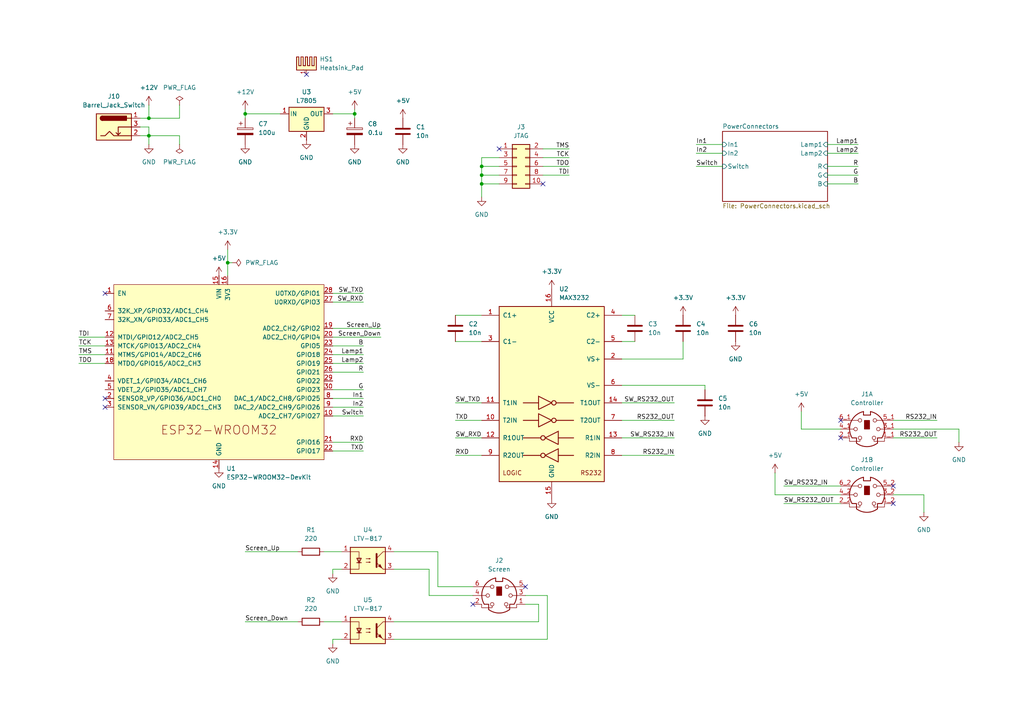
<source format=kicad_sch>
(kicad_sch (version 20250114) (generator "eeschema") (generator_version "9.0")
  (paper "A4")
  (lib_symbols
    (symbol "Connector:Barrel_Jack_Switch" (pin_names (hide yes))
      (property "Reference" "J" (at 0 5.334 0))
      (property "Value" "Barrel_Jack_Switch" (at 0 -5.08 0))
      (symbol "Barrel_Jack_Switch_0_1"
        (rectangle (start -5.08 3.81) (end 5.08 -3.81) (stroke (width 0.254)) (fill (type background)))
        (polyline (pts (xy -3.81 -2.54) (xy -2.54 -2.54) (xy -1.27 -1.27) (xy 0 -2.54) (xy 2.54 -2.54) (xy 5.08 -2.54)) (stroke (width 0.254)))
        (arc (start -3.302 1.905) (mid -3.9343 2.54) (end -3.302 3.175) (stroke (width 0.254)))
        (arc (start -3.302 1.905) (mid -3.9343 2.54) (end -3.302 3.175) (stroke (width 0.254)) (fill (type outline)))
        (polyline (pts (xy 1.27 -2.286) (xy 1.905 -1.651)) (stroke (width 0.254)))
        (rectangle (start 3.683 3.175) (end -3.302 1.905) (stroke (width 0.254)) (fill (type outline)))
        (polyline (pts (xy 5.08 2.54) (xy 3.81 2.54)) (stroke (width 0.254)))
        (polyline (pts (xy 5.08 0) (xy 1.27 0) (xy 1.27 -2.286) (xy 0.635 -1.651)) (stroke (width 0.254)))
      )
      (symbol "Barrel_Jack_Switch_1_1"
        (pin passive line (at 7.62 2.54 180) (length 2.54) (name "~") (number "1"))
        (pin passive line (at 7.62 0 180) (length 2.54) (name "~") (number "3"))
        (pin passive line (at 7.62 -2.54 180) (length 2.54) (name "~") (number "2"))
      )
    )
    (symbol "Connector:Mini-DIN-6" (pin_names (offset 1.016))
      (property "Reference" "J" (at 0 6.35 0))
      (property "Value" "Mini-DIN-6" (at 0 -6.35 0))
      (symbol "Mini-DIN-6_0_1"
        (polyline (pts (xy -4.318 -2.54) (xy -3.048 -2.54) (xy -3.048 -4.064)) (stroke (width 0.254)))
        (polyline (pts (xy -3.81 0) (xy -5.08 0)))
        (circle (center -3.302 0) (radius 0.508))
        (polyline (pts (xy -2.54 2.54) (xy -5.08 2.54)))
        (circle (center -2.032 2.54) (radius 0.508))
        (circle (center -2.032 -2.54) (radius 0.508))
        (polyline (pts (xy -2.032 -3.048) (xy -2.032 -3.556) (xy -5.08 -3.556) (xy -5.08 -2.54)))
        (polyline (pts (xy -1.016 5.08) (xy -1.016 4.064) (xy 1.016 4.064) (xy 1.016 5.08)) (stroke (width 0.254)))
        (rectangle (start -0.762 2.54) (end 0.762 0) (fill (type outline)))
        (arc (start 3.048 -4.064) (mid 0 -5.08) (end -3.048 -4.064) (stroke (width 0.254)))
        (arc (start 1.016 5.08) (mid 4.6646 2.1356) (end 4.318 -2.54) (stroke (width 0.254)))
        (arc (start -4.318 -2.54) (mid -4.6241 2.1181) (end -1.016 5.08) (stroke (width 0.254)))
        (circle (center 2.032 -2.54) (radius 0.508))
        (polyline (pts (xy 2.032 -3.048) (xy 2.032 -3.556) (xy 5.08 -3.556) (xy 5.08 -2.54)))
        (circle (center 2.286 2.54) (radius 0.508))
        (polyline (pts (xy 2.794 2.54) (xy 5.08 2.54)))
        (circle (center 3.302 0) (radius 0.508))
        (polyline (pts (xy 4.318 -2.54) (xy 3.048 -2.54) (xy 3.048 -4.064)) (stroke (width 0.254)))
        (polyline (pts (xy 5.08 0) (xy 3.81 0)))
      )
      (symbol "Mini-DIN-6_1_1"
        (pin passive line (at -7.62 2.54 0) (length 2.54) (name "~") (number "6"))
        (pin passive line (at -7.62 0 0) (length 2.54) (name "~") (number "4"))
        (pin passive line (at -7.62 -2.54 0) (length 2.54) (name "~") (number "2"))
        (pin passive line (at 7.62 2.54 180) (length 2.54) (name "~") (number "5"))
        (pin passive line (at 7.62 0 180) (length 2.54) (name "~") (number "3"))
        (pin passive line (at 7.62 -2.54 180) (length 2.54) (name "~") (number "1"))
      )
    )
    (symbol "Connector_Generic:Conn_02x05_Odd_Even" (pin_names (offset 1.016) (hide yes))
      (property "Reference" "J" (at 1.27 7.62 0))
      (property "Value" "Conn_02x05_Odd_Even" (at 1.27 -7.62 0))
      (symbol "Conn_02x05_Odd_Even_1_1"
        (rectangle (start -1.27 6.35) (end 3.81 -6.35) (stroke (width 0.254)) (fill (type background)))
        (rectangle (start -1.27 5.207) (end 0 4.953) (stroke (width 0.1524)))
        (rectangle (start -1.27 2.667) (end 0 2.413) (stroke (width 0.1524)))
        (rectangle (start -1.27 0.127) (end 0 -0.127) (stroke (width 0.1524)))
        (rectangle (start -1.27 -2.413) (end 0 -2.667) (stroke (width 0.1524)))
        (rectangle (start -1.27 -4.953) (end 0 -5.207) (stroke (width 0.1524)))
        (rectangle (start 3.81 5.207) (end 2.54 4.953) (stroke (width 0.1524)))
        (rectangle (start 3.81 2.667) (end 2.54 2.413) (stroke (width 0.1524)))
        (rectangle (start 3.81 0.127) (end 2.54 -0.127) (stroke (width 0.1524)))
        (rectangle (start 3.81 -2.413) (end 2.54 -2.667) (stroke (width 0.1524)))
        (rectangle (start 3.81 -4.953) (end 2.54 -5.207) (stroke (width 0.1524)))
        (pin passive line (at -5.08 5.08 0) (length 3.81) (name "Pin_1") (number "1"))
        (pin passive line (at -5.08 2.54 0) (length 3.81) (name "Pin_3") (number "3"))
        (pin passive line (at -5.08 0 0) (length 3.81) (name "Pin_5") (number "5"))
        (pin passive line (at -5.08 -2.54 0) (length 3.81) (name "Pin_7") (number "7"))
        (pin passive line (at -5.08 -5.08 0) (length 3.81) (name "Pin_9") (number "9"))
        (pin passive line (at 7.62 5.08 180) (length 3.81) (name "Pin_2") (number "2"))
        (pin passive line (at 7.62 2.54 180) (length 3.81) (name "Pin_4") (number "4"))
        (pin passive line (at 7.62 0 180) (length 3.81) (name "Pin_6") (number "6"))
        (pin passive line (at 7.62 -2.54 180) (length 3.81) (name "Pin_8") (number "8"))
        (pin passive line (at 7.62 -5.08 180) (length 3.81) (name "Pin_10") (number "10"))
      )
    )
    (symbol "Custom_MCU_Module:ESP32-WROOM32-DevKit" (pin_names (offset 1.016))
      (property "Reference" "U" (at -30.48 38.1 0))
      (property "Value" "ESP32-WROOM32-DevKit" (at -30.48 35.56 0))
      (symbol "ESP32-WROOM32-DevKit_0_0"
        (pin power_in line (at 0 35.56 270) (length 2.54) (name "VIN") (number "15"))
        (pin power_in line (at 0 -20.32 90) (length 2.54) (name "GND") (number "14"))
      )
      (symbol "ESP32-WROOM32-DevKit_0_1"
        (rectangle (start -30.48 33.02) (end 30.48 -17.78) (fill (type background)))
      )
      (symbol "ESP32-WROOM32-DevKit_1_1"
        (text "ESP32-WROOM32" (at 0 -9.144 0) (effects (font (size 2.54 2.54))))
        (pin input line (at -33.02 30.48 0) (length 2.54) (name "EN") (number "1"))
        (pin bidirectional line (at -33.02 25.4 0) (length 2.54) (name "32K_XP/GPIO32/ADC1_CH4") (number "6"))
        (pin bidirectional line (at -33.02 22.86 0) (length 2.54) (name "32K_XN/GPIO33/ADC1_CH5") (number "7"))
        (pin bidirectional line (at -33.02 17.78 0) (length 2.54) (name "MTDI/GPIO12/ADC2_CH5") (number "12"))
        (pin bidirectional line (at -33.02 15.24 0) (length 2.54) (name "MTCK/GPIO13/ADC2_CH4") (number "13"))
        (pin bidirectional line (at -33.02 12.7 0) (length 2.54) (name "MTMS/GPIO14/ADC2_CH6") (number "11"))
        (pin bidirectional line (at -33.02 10.16 0) (length 2.54) (name "MTDO/GPIO15/ADC2_CH3") (number "18"))
        (pin input line (at -33.02 5.08 0) (length 2.54) (name "VDET_1/GPIO34/ADC1_CH6") (number "4"))
        (pin input line (at -33.02 2.54 0) (length 2.54) (name "VDET_2/GPIO35/ADC1_CH7") (number "5"))
        (pin input line (at -33.02 0 0) (length 2.54) (name "SENSOR_VP/GPIO36/ADC1_CH0") (number "2"))
        (pin input line (at -33.02 -2.54 0) (length 2.54) (name "SENSOR_VN/GPIO39/ADC1_CH3") (number "3"))
        (pin passive line (at 0 -20.32 90) (length 2.54) (hide yes) (name "GND") (number "17"))
        (pin power_in line (at 2.54 35.56 270) (length 2.54) (name "3V3") (number "16"))
        (pin bidirectional line (at 33.02 30.48 180) (length 2.54) (name "U0TXD/GPIO1") (number "28"))
        (pin bidirectional line (at 33.02 27.94 180) (length 2.54) (name "U0RXD/GPIO3") (number "27"))
        (pin bidirectional line (at 33.02 20.32 180) (length 2.54) (name "ADC2_CH2/GPIO2") (number "19"))
        (pin bidirectional line (at 33.02 17.78 180) (length 2.54) (name "ADC2_CH0/GPIO4") (number "20"))
        (pin bidirectional line (at 33.02 15.24 180) (length 2.54) (name "GPIO5") (number "23"))
        (pin bidirectional line (at 33.02 12.7 180) (length 2.54) (name "GPIO18") (number "24"))
        (pin bidirectional line (at 33.02 10.16 180) (length 2.54) (name "GPIO19") (number "25"))
        (pin bidirectional line (at 33.02 7.62 180) (length 2.54) (name "GPIO21") (number "26"))
        (pin bidirectional line (at 33.02 5.08 180) (length 2.54) (name "GPIO22") (number "29"))
        (pin bidirectional line (at 33.02 2.54 180) (length 2.54) (name "GPIO23") (number "30"))
        (pin bidirectional line (at 33.02 0 180) (length 2.54) (name "DAC_1/ADC2_CH8/GPIO25") (number "8"))
        (pin bidirectional line (at 33.02 -2.54 180) (length 2.54) (name "DAC_2/ADC2_CH9/GPIO26") (number "9"))
        (pin bidirectional line (at 33.02 -5.08 180) (length 2.54) (name "ADC2_CH7/GPIO27") (number "10"))
        (pin bidirectional line (at 33.02 -12.7 180) (length 2.54) (name "GPIO16") (number "21"))
        (pin bidirectional line (at 33.02 -15.24 180) (length 2.54) (name "GPIO17") (number "22"))
      )
    )
    (symbol "Custom_Symbols:Mini-DIN-2x6" (pin_names (offset 1.016))
      (property "Reference" "J" (at 0 6.35 0))
      (property "Value" "Mini-DIN-2x6" (at 0 -6.35 0))
      (symbol "Mini-DIN-2x6_0_1"
        (polyline (pts (xy -4.318 -2.54) (xy -3.048 -2.54) (xy -3.048 -4.064)) (stroke (width 0.254)))
        (polyline (pts (xy -3.81 0) (xy -5.08 0)))
        (circle (center -3.302 0) (radius 0.508))
        (polyline (pts (xy -2.54 2.54) (xy -5.08 2.54)))
        (circle (center -2.032 2.54) (radius 0.508))
        (circle (center -2.032 -2.54) (radius 0.508))
        (polyline (pts (xy -2.032 -3.048) (xy -2.032 -3.556) (xy -5.08 -3.556) (xy -5.08 -2.54)))
        (polyline (pts (xy -1.016 5.08) (xy -1.016 4.064) (xy 1.016 4.064) (xy 1.016 5.08)) (stroke (width 0.254)))
        (rectangle (start -0.762 2.54) (end 0.762 0) (fill (type outline)))
        (arc (start 3.048 -4.064) (mid 0 -5.08) (end -3.048 -4.064) (stroke (width 0.254)))
        (arc (start 1.016 5.08) (mid 4.6646 2.1356) (end 4.318 -2.54) (stroke (width 0.254)))
        (arc (start -4.318 -2.54) (mid -4.6241 2.1181) (end -1.016 5.08) (stroke (width 0.254)))
        (circle (center 2.032 -2.54) (radius 0.508))
        (polyline (pts (xy 2.032 -3.048) (xy 2.032 -3.556) (xy 5.08 -3.556) (xy 5.08 -2.54)))
        (circle (center 2.286 2.54) (radius 0.508))
        (polyline (pts (xy 2.794 2.54) (xy 5.08 2.54)))
        (circle (center 3.302 0) (radius 0.508))
        (polyline (pts (xy 4.318 -2.54) (xy 3.048 -2.54) (xy 3.048 -4.064)) (stroke (width 0.254)))
        (polyline (pts (xy 5.08 0) (xy 3.81 0)))
      )
      (symbol "Mini-DIN-2x6_1_1"
        (pin passive line (at -7.62 2.54 0) (length 2.54) (name "~") (number "6_1"))
        (pin passive line (at -7.62 0 0) (length 2.54) (name "~") (number "4_1"))
        (pin passive line (at -7.62 -2.54 0) (length 2.54) (name "~") (number "2_1"))
        (pin passive line (at 7.62 2.54 180) (length 2.54) (name "~") (number "5_1"))
        (pin passive line (at 7.62 0 180) (length 2.54) (name "~") (number "3_1"))
        (pin passive line (at 7.62 -2.54 180) (length 2.54) (name "~") (number "1_1"))
      )
      (symbol "Mini-DIN-2x6_2_1"
        (pin passive line (at -7.62 2.54 0) (length 2.54) (name "~") (number "6_2"))
        (pin passive line (at -7.62 0 0) (length 2.54) (name "~") (number "4_2"))
        (pin passive line (at -7.62 -2.54 0) (length 2.54) (name "~") (number "2_2"))
        (pin passive line (at 7.62 2.54 180) (length 2.54) (name "~") (number "5_2"))
        (pin passive line (at 7.62 0 180) (length 2.54) (name "~") (number "3_2"))
        (pin passive line (at 7.62 -2.54 180) (length 2.54) (name "~") (number "1_2"))
      )
    )
    (symbol "Device:C" (pin_numbers (hide yes)) (pin_names (offset 0.254))
      (property "Reference" "C" (at 0.635 2.54 0))
      (property "Value" "C" (at 0.635 -2.54 0))
      (symbol "C_0_1"
        (polyline (pts (xy -2.032 0.762) (xy 2.032 0.762)) (stroke (width 0.508)))
        (polyline (pts (xy -2.032 -0.762) (xy 2.032 -0.762)) (stroke (width 0.508)))
      )
      (symbol "C_1_1"
        (pin passive line (at 0 3.81 270) (length 2.794) (name "~") (number "1"))
        (pin passive line (at 0 -3.81 90) (length 2.794) (name "~") (number "2"))
      )
    )
    (symbol "Device:C_Polarized" (pin_numbers (hide yes)) (pin_names (offset 0.254))
      (property "Reference" "C" (at 0.635 2.54 0))
      (property "Value" "C_Polarized" (at 0.635 -2.54 0))
      (symbol "C_Polarized_0_1"
        (rectangle (start -2.286 0.508) (end 2.286 1.016))
        (polyline (pts (xy -1.778 2.286) (xy -0.762 2.286)))
        (polyline (pts (xy -1.27 2.794) (xy -1.27 1.778)))
        (rectangle (start 2.286 -0.508) (end -2.286 -1.016) (fill (type outline)))
      )
      (symbol "C_Polarized_1_1"
        (pin passive line (at 0 3.81 270) (length 2.794) (name "~") (number "1"))
        (pin passive line (at 0 -3.81 90) (length 2.794) (name "~") (number "2"))
      )
    )
    (symbol "Device:R" (pin_numbers (hide yes)) (pin_names (offset 0))
      (property "Reference" "R" (at 2.032 0 90))
      (property "Value" "R" (at 0 0 90))
      (symbol "R_0_1"
        (rectangle (start -1.016 -2.54) (end 1.016 2.54) (stroke (width 0.254)))
      )
      (symbol "R_1_1"
        (pin passive line (at 0 3.81 270) (length 1.27) (name "~") (number "1"))
        (pin passive line (at 0 -3.81 90) (length 1.27) (name "~") (number "2"))
      )
    )
    (symbol "Interface_UART:MAX3232" (pin_names (offset 1.016))
      (property "Reference" "U" (at -2.54 28.575 0))
      (property "Value" "MAX3232" (at -2.54 26.67 0))
      (symbol "MAX3232_0_0"
        (text "LOGIC" (at -11.43 -22.86 0) (effects (font (size 1.27 1.27))))
        (text "RS232" (at 11.43 -22.86 0) (effects (font (size 1.27 1.27))))
      )
      (symbol "MAX3232_0_1"
        (rectangle (start -15.24 -25.4) (end 15.24 25.4) (stroke (width 0.254)) (fill (type background)))
        (polyline (pts (xy -3.81 -0.635) (xy -3.81 -4.445) (xy 0 -2.54) (xy -3.81 -0.635)) (stroke (width 0.254)))
        (polyline (pts (xy -3.81 -2.54) (xy -8.255 -2.54)) (stroke (width 0.254)))
        (polyline (pts (xy -3.81 -5.715) (xy -3.81 -9.525) (xy 0 -7.62) (xy -3.81 -5.715)) (stroke (width 0.254)))
        (polyline (pts (xy -3.81 -7.62) (xy -8.255 -7.62)) (stroke (width 0.254)))
        (polyline (pts (xy -3.175 -12.7) (xy -8.255 -12.7)) (stroke (width 0.254)))
        (polyline (pts (xy -3.175 -17.78) (xy -8.255 -17.78)) (stroke (width 0.254)))
        (circle (center -2.54 -12.7) (radius 0.635) (stroke (width 0.254)))
        (circle (center -2.54 -17.78) (radius 0.635) (stroke (width 0.254)))
        (circle (center 0.635 -2.54) (radius 0.635) (stroke (width 0.254)))
        (circle (center 0.635 -7.62) (radius 0.635) (stroke (width 0.254)))
        (polyline (pts (xy 1.27 -2.54) (xy 6.35 -2.54)) (stroke (width 0.254)))
        (polyline (pts (xy 1.27 -7.62) (xy 6.35 -7.62)) (stroke (width 0.254)))
        (polyline (pts (xy 1.905 -10.795) (xy 1.905 -14.605) (xy -1.905 -12.7) (xy 1.905 -10.795)) (stroke (width 0.254)))
        (polyline (pts (xy 1.905 -12.7) (xy 6.35 -12.7)) (stroke (width 0.254)))
        (polyline (pts (xy 1.905 -15.875) (xy 1.905 -19.685) (xy -1.905 -17.78) (xy 1.905 -15.875)) (stroke (width 0.254)))
        (polyline (pts (xy 1.905 -17.78) (xy 6.35 -17.78)) (stroke (width 0.254)))
      )
      (symbol "MAX3232_1_1"
        (pin passive line (at -20.32 22.86 0) (length 5.08) (name "C1+") (number "1"))
        (pin passive line (at -20.32 15.24 0) (length 5.08) (name "C1-") (number "3"))
        (pin input line (at -20.32 -2.54 0) (length 5.08) (name "T1IN") (number "11"))
        (pin input line (at -20.32 -7.62 0) (length 5.08) (name "T2IN") (number "10"))
        (pin output line (at -20.32 -12.7 0) (length 5.08) (name "R1OUT") (number "12"))
        (pin output line (at -20.32 -17.78 0) (length 5.08) (name "R2OUT") (number "9"))
        (pin power_in line (at 0 30.48 270) (length 5.08) (name "VCC") (number "16"))
        (pin power_in line (at 0 -30.48 90) (length 5.08) (name "GND") (number "15"))
        (pin passive line (at 20.32 22.86 180) (length 5.08) (name "C2+") (number "4"))
        (pin passive line (at 20.32 15.24 180) (length 5.08) (name "C2-") (number "5"))
        (pin power_out line (at 20.32 10.16 180) (length 5.08) (name "VS+") (number "2"))
        (pin power_out line (at 20.32 2.54 180) (length 5.08) (name "VS-") (number "6"))
        (pin output line (at 20.32 -2.54 180) (length 5.08) (name "T1OUT") (number "14"))
        (pin output line (at 20.32 -7.62 180) (length 5.08) (name "T2OUT") (number "7"))
        (pin input line (at 20.32 -12.7 180) (length 5.08) (name "R1IN") (number "13"))
        (pin input line (at 20.32 -17.78 180) (length 5.08) (name "R2IN") (number "8"))
      )
    )
    (symbol "Isolator:LTV-817" (pin_names (offset 1.016))
      (property "Reference" "U" (at -5.08 5.08 0))
      (property "Value" "LTV-817" (at 0 5.08 0))
      (symbol "LTV-817_0_1"
        (rectangle (start -5.08 3.81) (end 5.08 -3.81) (stroke (width 0.254)) (fill (type background)))
        (polyline (pts (xy -5.08 2.54) (xy -2.54 2.54) (xy -2.54 -0.762)))
        (polyline (pts (xy -3.175 -0.635) (xy -1.905 -0.635)) (stroke (width 0.254)))
        (polyline (pts (xy -2.54 -0.635) (xy -2.54 -2.54) (xy -5.08 -2.54)))
        (polyline (pts (xy -2.54 -0.635) (xy -3.175 0.635) (xy -1.905 0.635) (xy -2.54 -0.635)) (stroke (width 0.254)))
        (polyline (pts (xy -0.508 0.508) (xy 0.762 0.508) (xy 0.381 0.381) (xy 0.381 0.635) (xy 0.762 0.508)))
        (polyline (pts (xy -0.508 -0.508) (xy 0.762 -0.508) (xy 0.381 -0.635) (xy 0.381 -0.381) (xy 0.762 -0.508)))
        (polyline (pts (xy 2.54 1.905) (xy 2.54 -1.905) (xy 2.54 -1.905)) (stroke (width 0.508)))
        (polyline (pts (xy 2.54 0.635) (xy 4.445 2.54)))
        (polyline (pts (xy 3.048 -1.651) (xy 3.556 -1.143) (xy 4.064 -2.159) (xy 3.048 -1.651) (xy 3.048 -1.651)) (fill (type outline)))
        (polyline (pts (xy 4.445 2.54) (xy 5.08 2.54)))
        (polyline (pts (xy 4.445 -2.54) (xy 2.54 -0.635)) (fill (type outline)))
        (polyline (pts (xy 4.445 -2.54) (xy 5.08 -2.54)))
      )
      (symbol "LTV-817_1_1"
        (pin passive line (at -7.62 2.54 0) (length 2.54) (name "~") (number "1"))
        (pin passive line (at -7.62 -2.54 0) (length 2.54) (name "~") (number "2"))
        (pin passive line (at 7.62 2.54 180) (length 2.54) (name "~") (number "4"))
        (pin passive line (at 7.62 -2.54 180) (length 2.54) (name "~") (number "3"))
      )
    )
    (symbol "Mechanical:Heatsink_Pad" (pin_names (offset 0))
      (property "Reference" "HS" (at 0 5.715 0))
      (property "Value" "Heatsink_Pad" (at 0 3.81 0))
      (symbol "Heatsink_Pad_0_1"
        (polyline (pts (xy -0.3302 0) (xy -0.9652 0) (xy -0.9652 2.54) (xy -1.6002 2.54) (xy -1.6002 0) (xy -2.2352 0) (xy -2.2352 2.54) (xy -2.8702 2.54) (xy -2.8702 -1.27) (xy -0.9652 -1.27)) (stroke (width 0.254)) (fill (type background)))
        (polyline (pts (xy -0.3302 0) (xy -0.3302 2.54) (xy 0.3048 2.54) (xy 0.3048 0) (xy 0.9398 0) (xy 0.9398 2.54) (xy 1.5748 2.54) (xy 1.5748 0) (xy 2.2098 0) (xy 2.2098 2.54) (xy 2.8448 2.54) (xy 2.8448 -1.27) (xy -0.9652 -1.27)) (stroke (width 0.254)) (fill (type background)))
      )
      (symbol "Heatsink_Pad_1_1"
        (pin passive line (at 0 -2.54 90) (length 1.27) (name "~") (number "1"))
      )
    )
    (symbol "Regulator_Linear:L7805" (pin_names (offset 0.254))
      (property "Reference" "U" (at -3.81 3.175 0))
      (property "Value" "L7805" (at 0 3.175 0))
      (symbol "L7805_0_1"
        (rectangle (start -5.08 1.905) (end 5.08 -5.08) (stroke (width 0.254)) (fill (type background)))
      )
      (symbol "L7805_1_1"
        (pin power_in line (at -7.62 0 0) (length 2.54) (name "IN") (number "1"))
        (pin power_in line (at 0 -7.62 90) (length 2.54) (name "GND") (number "2"))
        (pin power_out line (at 7.62 0 180) (length 2.54) (name "OUT") (number "3"))
      )
    )
    (symbol "power:+12V" (power) (pin_numbers (hide yes)) (pin_names (offset 0) (hide yes))
      (property "Value" "+12V" (at 0 3.556 0))
      (symbol "+12V_0_1"
        (polyline (pts (xy -0.762 1.27) (xy 0 2.54)))
        (polyline (pts (xy 0 2.54) (xy 0.762 1.27)))
        (polyline (pts (xy 0 0) (xy 0 2.54)))
      )
      (symbol "+12V_1_1"
        (pin power_in line (at 0 0 90) (length 0) (name "~") (number "1"))
      )
    )
    (symbol "power:+3.3V" (power) (pin_numbers (hide yes)) (pin_names (offset 0) (hide yes))
      (property "Value" "+3.3V" (at 0 3.556 0))
      (symbol "+3.3V_0_1"
        (polyline (pts (xy -0.762 1.27) (xy 0 2.54)))
        (polyline (pts (xy 0 2.54) (xy 0.762 1.27)))
        (polyline (pts (xy 0 0) (xy 0 2.54)))
      )
      (symbol "+3.3V_1_1"
        (pin power_in line (at 0 0 90) (length 0) (name "~") (number "1"))
      )
    )
    (symbol "power:+5V" (power) (pin_numbers (hide yes)) (pin_names (offset 0) (hide yes))
      (property "Value" "+5V" (at 0 3.556 0))
      (symbol "+5V_0_1"
        (polyline (pts (xy -0.762 1.27) (xy 0 2.54)))
        (polyline (pts (xy 0 2.54) (xy 0.762 1.27)))
        (polyline (pts (xy 0 0) (xy 0 2.54)))
      )
      (symbol "+5V_1_1"
        (pin power_in line (at 0 0 90) (length 0) (name "~") (number "1"))
      )
    )
    (symbol "power:GND" (power) (pin_numbers (hide yes)) (pin_names (offset 0) (hide yes))
      (property "Value" "GND" (at 0 -3.81 0))
      (symbol "GND_0_1"
        (polyline (pts (xy 0 0) (xy 0 -1.27) (xy 1.27 -1.27) (xy 0 -2.54) (xy -1.27 -1.27) (xy 0 -1.27)))
      )
      (symbol "GND_1_1"
        (pin power_in line (at 0 0 270) (length 0) (name "~") (number "1"))
      )
    )
    (symbol "power:PWR_FLAG" (power) (pin_numbers (hide yes)) (pin_names (offset 0) (hide yes))
      (property "Value" "PWR_FLAG" (at 0 3.81 0))
      (symbol "PWR_FLAG_0_0"
        (pin power_out line (at 0 0 90) (length 0) (name "~") (number "1"))
      )
      (symbol "PWR_FLAG_0_1"
        (polyline (pts (xy 0 0) (xy 0 1.27) (xy -1.016 1.905) (xy 0 2.54) (xy 1.016 1.905) (xy 0 1.27)))
      )
    )
  )
  (junction (at 139.7 48.26))
  (junction (at 71.12 33.02))
  (junction (at 43.18 34.29))
  (junction (at 139.7 53.34))
  (junction (at 102.87 33.02))
  (junction (at 139.7 50.8))
  (junction (at 66.04 76.2))
  (junction (at 43.18 39.37))
  (no_connect (at 243.84 127))
  (no_connect (at 30.48 85.09))
  (no_connect (at 144.78 43.18))
  (no_connect (at 259.08 146.05))
  (no_connect (at 157.48 53.34))
  (no_connect (at 243.84 121.92))
  (no_connect (at 259.08 140.97))
  (no_connect (at 88.9 21.59))
  (no_connect (at 137.16 175.26))
  (no_connect (at 30.48 118.11))
  (no_connect (at 30.48 115.57))
  (no_connect (at 152.4 170.18))
  (wire (pts (xy 144.78 45.72) (xy 139.7 45.72)))
  (wire (pts (xy 132.08 91.44) (xy 139.7 91.44)))
  (wire (pts (xy 204.47 111.76) (xy 204.47 113.03)))
  (wire (pts (xy 227.33 140.97) (xy 243.84 140.97)))
  (wire (pts (xy 139.7 53.34) (xy 139.7 57.15)))
  (wire (pts (xy 156.21 180.34) (xy 156.21 175.26)))
  (wire (pts (xy 114.3 180.34) (xy 156.21 180.34)))
  (wire (pts (xy 180.34 99.06) (xy 184.15 99.06)))
  (wire (pts (xy 132.08 99.06) (xy 139.7 99.06)))
  (wire (pts (xy 157.48 50.8) (xy 165.1 50.8)))
  (wire (pts (xy 132.08 132.08) (xy 139.7 132.08)))
  (wire (pts (xy 43.18 34.29) (xy 40.64 34.29)))
  (wire (pts (xy 240.03 44.45) (xy 248.92 44.45)))
  (wire (pts (xy 96.52 185.42) (xy 99.06 185.42)))
  (wire (pts (xy 81.28 33.02) (xy 71.12 33.02)))
  (wire (pts (xy 157.48 43.18) (xy 165.1 43.18)))
  (wire (pts (xy 259.08 124.46) (xy 278.13 124.46)))
  (wire (pts (xy 96.52 113.03) (xy 105.41 113.03)))
  (wire (pts (xy 93.98 180.34) (xy 99.06 180.34)))
  (wire (pts (xy 66.04 72.39) (xy 66.04 76.2)))
  (wire (pts (xy 139.7 53.34) (xy 144.78 53.34)))
  (wire (pts (xy 96.52 186.69) (xy 96.52 185.42)))
  (wire (pts (xy 180.34 116.84) (xy 195.58 116.84)))
  (wire (pts (xy 240.03 53.34) (xy 248.92 53.34)))
  (wire (pts (xy 96.52 118.11) (xy 105.41 118.11)))
  (wire (pts (xy 232.41 119.38) (xy 232.41 124.46)))
  (wire (pts (xy 201.93 41.91) (xy 209.55 41.91)))
  (wire (pts (xy 240.03 41.91) (xy 248.92 41.91)))
  (wire (pts (xy 96.52 128.27) (xy 105.41 128.27)))
  (wire (pts (xy 114.3 165.1) (xy 124.46 165.1)))
  (wire (pts (xy 127 170.18) (xy 127 160.02)))
  (wire (pts (xy 240.03 48.26) (xy 248.92 48.26)))
  (wire (pts (xy 52.07 41.91) (xy 52.07 39.37)))
  (wire (pts (xy 158.75 185.42) (xy 114.3 185.42)))
  (wire (pts (xy 180.34 132.08) (xy 195.58 132.08)))
  (wire (pts (xy 102.87 31.75) (xy 102.87 33.02)))
  (wire (pts (xy 71.12 160.02) (xy 86.36 160.02)))
  (wire (pts (xy 96.52 97.79) (xy 110.49 97.79)))
  (wire (pts (xy 259.08 127) (xy 271.78 127)))
  (wire (pts (xy 124.46 165.1) (xy 124.46 172.72)))
  (wire (pts (xy 96.52 100.33) (xy 105.41 100.33)))
  (wire (pts (xy 139.7 45.72) (xy 139.7 48.26)))
  (wire (pts (xy 96.52 102.87) (xy 105.41 102.87)))
  (wire (pts (xy 30.48 97.79) (xy 22.86 97.79)))
  (wire (pts (xy 240.03 50.8) (xy 248.92 50.8)))
  (wire (pts (xy 156.21 175.26) (xy 152.4 175.26)))
  (wire (pts (xy 43.18 39.37) (xy 43.18 41.91)))
  (wire (pts (xy 96.52 95.25) (xy 110.49 95.25)))
  (wire (pts (xy 96.52 85.09) (xy 105.41 85.09)))
  (wire (pts (xy 132.08 116.84) (xy 139.7 116.84)))
  (wire (pts (xy 96.52 115.57) (xy 105.41 115.57)))
  (wire (pts (xy 157.48 48.26) (xy 165.1 48.26)))
  (wire (pts (xy 132.08 127) (xy 139.7 127)))
  (wire (pts (xy 224.79 143.51) (xy 243.84 143.51)))
  (wire (pts (xy 96.52 166.37) (xy 96.52 165.1)))
  (wire (pts (xy 43.18 30.48) (xy 43.18 34.29)))
  (wire (pts (xy 96.52 165.1) (xy 99.06 165.1)))
  (wire (pts (xy 201.93 44.45) (xy 209.55 44.45)))
  (wire (pts (xy 40.64 39.37) (xy 43.18 39.37)))
  (wire (pts (xy 40.64 36.83) (xy 43.18 36.83)))
  (wire (pts (xy 30.48 105.41) (xy 22.86 105.41)))
  (wire (pts (xy 71.12 180.34) (xy 86.36 180.34)))
  (wire (pts (xy 71.12 31.75) (xy 71.12 33.02)))
  (wire (pts (xy 52.07 39.37) (xy 43.18 39.37)))
  (wire (pts (xy 96.52 120.65) (xy 105.41 120.65)))
  (wire (pts (xy 278.13 124.46) (xy 278.13 128.27)))
  (wire (pts (xy 180.34 91.44) (xy 184.15 91.44)))
  (wire (pts (xy 102.87 33.02) (xy 102.87 34.29)))
  (wire (pts (xy 139.7 50.8) (xy 139.7 53.34)))
  (wire (pts (xy 96.52 87.63) (xy 105.41 87.63)))
  (wire (pts (xy 198.12 104.14) (xy 198.12 99.06)))
  (wire (pts (xy 30.48 100.33) (xy 22.86 100.33)))
  (wire (pts (xy 139.7 48.26) (xy 144.78 48.26)))
  (wire (pts (xy 71.12 33.02) (xy 71.12 34.29)))
  (wire (pts (xy 96.52 105.41) (xy 105.41 105.41)))
  (wire (pts (xy 127 160.02) (xy 114.3 160.02)))
  (wire (pts (xy 180.34 104.14) (xy 198.12 104.14)))
  (wire (pts (xy 93.98 160.02) (xy 99.06 160.02)))
  (wire (pts (xy 52.07 30.48) (xy 52.07 34.29)))
  (wire (pts (xy 227.33 146.05) (xy 243.84 146.05)))
  (wire (pts (xy 157.48 45.72) (xy 165.1 45.72)))
  (wire (pts (xy 232.41 124.46) (xy 243.84 124.46)))
  (wire (pts (xy 52.07 34.29) (xy 43.18 34.29)))
  (wire (pts (xy 132.08 121.92) (xy 139.7 121.92)))
  (wire (pts (xy 139.7 48.26) (xy 139.7 50.8)))
  (wire (pts (xy 224.79 137.16) (xy 224.79 143.51)))
  (wire (pts (xy 124.46 172.72) (xy 137.16 172.72)))
  (wire (pts (xy 66.04 76.2) (xy 66.04 80.01)))
  (wire (pts (xy 180.34 127) (xy 195.58 127)))
  (wire (pts (xy 96.52 107.95) (xy 105.41 107.95)))
  (wire (pts (xy 96.52 130.81) (xy 105.41 130.81)))
  (wire (pts (xy 152.4 172.72) (xy 158.75 172.72)))
  (wire (pts (xy 259.08 121.92) (xy 271.78 121.92)))
  (wire (pts (xy 180.34 111.76) (xy 204.47 111.76)))
  (wire (pts (xy 43.18 36.83) (xy 43.18 39.37)))
  (wire (pts (xy 180.34 121.92) (xy 195.58 121.92)))
  (wire (pts (xy 139.7 50.8) (xy 144.78 50.8)))
  (wire (pts (xy 267.97 143.51) (xy 267.97 148.59)))
  (wire (pts (xy 201.93 48.26) (xy 209.55 48.26)))
  (wire (pts (xy 158.75 172.72) (xy 158.75 185.42)))
  (wire (pts (xy 30.48 102.87) (xy 22.86 102.87)))
  (wire (pts (xy 137.16 170.18) (xy 127 170.18)))
  (wire (pts (xy 67.31 76.2) (xy 66.04 76.2)))
  (wire (pts (xy 259.08 143.51) (xy 267.97 143.51)))
  (wire (pts (xy 96.52 33.02) (xy 102.87 33.02)))
  (label "G" (at 248.92 50.8 180))
  (label "TMS" (at 22.86 102.87 0))
  (label "SW_RXD" (at 105.41 87.63 180))
  (label "RXD" (at 132.08 132.08 0))
  (label "Lamp2" (at 105.41 105.41 180))
  (label "Screen_Up" (at 110.49 95.25 180))
  (label "TXD" (at 105.41 130.81 180))
  (label "TDO" (at 165.1 48.26 180))
  (label "SW_RXD" (at 132.08 127 0))
  (label "R" (at 248.92 48.26 180))
  (label "Screen_Up" (at 71.12 160.02 0))
  (label "TDI" (at 165.1 50.8 180))
  (label "TXD" (at 132.08 121.92 0))
  (label "RS232_IN" (at 271.78 121.92 180))
  (label "SW_RS232_IN" (at 195.58 127 180))
  (label "SW_RS232_OUT" (at 195.58 116.84 180))
  (label "RXD" (at 105.41 128.27 180))
  (label "Switch" (at 105.41 120.65 180))
  (label "TDO" (at 22.86 105.41 0))
  (label "SW_TXD" (at 132.08 116.84 0))
  (label "Screen_Down" (at 110.49 97.79 180))
  (label "SW_RS232_OUT" (at 227.33 146.05 0))
  (label "Switch" (at 201.93 48.26 0))
  (label "TMS" (at 165.1 43.18 180))
  (label "TDI" (at 22.86 97.79 0))
  (label "In2" (at 201.93 44.45 0))
  (label "Screen_Down" (at 71.12 180.34 0))
  (label "RS232_OUT" (at 195.58 121.92 180))
  (label "Lamp2" (at 248.92 44.45 180))
  (label "G" (at 105.41 113.03 180))
  (label "RS232_OUT" (at 271.78 127 180))
  (label "SW_TXD" (at 105.41 85.09 180))
  (label "TCK" (at 22.86 100.33 0))
  (label "Lamp1" (at 248.92 41.91 180))
  (label "B" (at 248.92 53.34 180))
  (label "SW_RS232_IN" (at 227.33 140.97 0))
  (label "RS232_IN" (at 195.58 132.08 180))
  (label "R" (at 105.41 107.95 180))
  (label "TCK" (at 165.1 45.72 180))
  (label "In1" (at 105.41 115.57 180))
  (label "In2" (at 105.41 118.11 180))
  (label "Lamp1" (at 105.41 102.87 180))
  (label "In1" (at 201.93 41.91 0))
  (label "B" (at 105.41 100.33 180))
  (symbol (lib_id "Device:C") (at 132.08 95.25 0) (unit 1)
    (property "Reference" "C2" (at 135.89 93.9799 0) (effects (justify left)))
    (property "Value" "10n" (at 135.89 96.5199 0) (effects (justify left)))
    (property "Footprint" "Capacitor_THT:C_Disc_D3.4mm_W2.1mm_P2.50mm" (effects (hide yes)))
    (property "Description" "Unpolarized capacitor" (effects (hide yes)))
  )
  (symbol (lib_id "power:+12V") (at 71.12 31.75 0) (unit 1)
    (property "Reference" "#PWR019" (effects (hide yes)))
    (property "Value" "+12V" (at 71.12 26.67 0))
    (property "Description" "Power symbol creates a global label with name \"+12V\"" (effects (hide yes)))
  )
  (symbol (lib_id "Connector_Generic:Conn_02x05_Odd_Even") (at 149.86 48.26 0) (unit 1)
    (property "Reference" "J3" (at 151.13 36.83 0))
    (property "Value" "JTAG" (at 151.13 39.37 0))
    (property "Footprint" "Connector_IDC:IDC-Header_2x05_P2.54mm_Vertical" (effects (hide yes)))
    (property "Description" "Generic connector, double row, 02x05, odd/even pin numbering scheme (row 1 odd numbers, row 2 even numbers), script generated (kicad-library-utils/schlib/autogen/connector/)" (effects (hide yes)))
  )
  (symbol (lib_id "Custom_MCU_Module:ESP32-WROOM32-DevKit") (at 63.5 115.57 0) (unit 1)
    (property "Reference" "U1" (at 65.6433 135.89 0) (effects (justify left)))
    (property "Value" "ESP32-WROOM32-DevKit" (at 65.6433 138.43 0) (effects (justify left)))
    (property "Footprint" "Custom_Module:ESP32-WROOM32-DevKit_NoMountingHoles" (effects (hide yes)))
    (property "Datasheet" "https://docs.espressif.com/projects/esp-idf/zh_CN/latest/esp32/hw-reference/esp32/get-started-devkitc.html" (effects (hide yes)))
    (property "Description" "Development Kit" (effects (hide yes)))
  )
  (symbol (lib_id "Device:C_Polarized") (at 71.12 38.1 0) (unit 1)
    (property "Reference" "C7" (at 74.93 35.9409 0) (effects (justify left)))
    (property "Value" "100u" (at 74.93 38.4809 0) (effects (justify left)))
    (property "Footprint" "Capacitor_THT:CP_Radial_D7.5mm_P2.50mm" (effects (hide yes)))
    (property "Description" "Polarized capacitor" (effects (hide yes)))
  )
  (symbol (lib_id "power:PWR_FLAG") (at 67.31 76.2 270) (unit 1)
    (property "Reference" "#FLG03" (effects (hide yes)))
    (property "Value" "PWR_FLAG" (at 71.12 76.1999 90) (effects (justify left)))
    (property "Description" "Special symbol for telling ERC where power comes from" (effects (hide yes)))
  )
  (symbol (lib_id "Isolator:LTV-817") (at 106.68 182.88 0) (unit 1)
    (property "Reference" "U5" (at 106.68 173.99 0))
    (property "Value" "LTV-817" (at 106.68 176.53 0))
    (property "Footprint" "Package_DIP:DIP-4_W7.62mm" (effects (hide yes)))
    (property "Datasheet" "http://www.us.liteon.com/downloads/LTV-817-827-847.PDF" (effects (hide yes)))
    (property "Description" "DC Optocoupler, Vce 35V, CTR 50%, DIP-4" (effects (hide yes)))
  )
  (symbol (lib_id "power:GND") (at 96.52 166.37 0) (unit 1)
    (property "Reference" "#PWR032" (effects (hide yes)))
    (property "Value" "GND" (at 96.52 171.45 0))
    (property "Description" "Power symbol creates a global label with name \"GND\" , ground" (effects (hide yes)))
  )
  (symbol (lib_id "Device:C") (at 213.36 95.25 0) (unit 1)
    (property "Reference" "C6" (at 217.17 93.9799 0) (effects (justify left)))
    (property "Value" "10n" (at 217.17 96.5199 0) (effects (justify left)))
    (property "Footprint" "Capacitor_THT:C_Disc_D3.4mm_W2.1mm_P2.50mm" (effects (hide yes)))
    (property "Description" "Unpolarized capacitor" (effects (hide yes)))
  )
  (symbol (lib_id "Device:R") (at 90.17 180.34 90) (unit 1)
    (property "Reference" "R2" (at 90.17 173.99 90))
    (property "Value" "220" (at 90.17 176.53 90))
    (property "Footprint" "Resistor_THT:R_Axial_DIN0207_L6.3mm_D2.5mm_P10.16mm_Horizontal" (effects (hide yes)))
    (property "Description" "Resistor" (effects (hide yes)))
  )
  (symbol (lib_id "Device:C") (at 198.12 95.25 180) (unit 1)
    (property "Reference" "C4" (at 201.93 93.9799 0) (effects (justify right)))
    (property "Value" "10n" (at 201.93 96.5199 0) (effects (justify right)))
    (property "Footprint" "Capacitor_THT:C_Disc_D3.4mm_W2.1mm_P2.50mm" (effects (hide yes)))
    (property "Description" "Unpolarized capacitor" (effects (hide yes)))
  )
  (symbol (lib_id "power:+5V") (at 232.41 119.38 0) (unit 1)
    (property "Reference" "#PWR027" (effects (hide yes)))
    (property "Value" "+5V" (at 232.41 114.3 0))
    (property "Description" "Power symbol creates a global label with name \"+5V\"" (effects (hide yes)))
  )
  (symbol (lib_id "Mechanical:Heatsink_Pad") (at 88.9 19.05 0) (unit 1)
    (property "Reference" "HS1" (at 92.71 17.1449 0) (effects (justify left)))
    (property "Value" "Heatsink_Pad" (at 92.71 19.6849 0) (effects (justify left)))
    (property "Footprint" "Custom_Heatsinks:Heatsink_Aavid_TO-220_H12.7mm" (effects (hide yes)))
    (property "Description" "Heatsink with electrical connection, 1 pin" (effects (hide yes)))
  )
  (symbol (lib_id "Device:R") (at 90.17 160.02 90) (unit 1)
    (property "Reference" "R1" (at 90.17 153.67 90))
    (property "Value" "220" (at 90.17 156.21 90))
    (property "Footprint" "Resistor_THT:R_Axial_DIN0207_L6.3mm_D2.5mm_P10.16mm_Horizontal" (effects (hide yes)))
    (property "Description" "Resistor" (effects (hide yes)))
  )
  (symbol (lib_id "power:GND") (at 267.97 148.59 0) (unit 1)
    (property "Reference" "#PWR026" (effects (hide yes)))
    (property "Value" "GND" (at 267.97 153.67 0))
    (property "Description" "Power symbol creates a global label with name \"GND\" , ground" (effects (hide yes)))
  )
  (symbol (lib_id "power:+5V") (at 116.84 34.29 0) (unit 1)
    (property "Reference" "#PWR01" (effects (hide yes)))
    (property "Value" "+5V" (at 116.84 29.21 0))
    (property "Description" "Power symbol creates a global label with name \"+5V\"" (effects (hide yes)))
  )
  (symbol (lib_id "power:GND") (at 71.12 41.91 0) (unit 1)
    (property "Reference" "#PWR013" (effects (hide yes)))
    (property "Value" "GND" (at 71.12 46.99 0))
    (property "Description" "Power symbol creates a global label with name \"GND\" , ground" (effects (hide yes)))
  )
  (symbol (lib_id "power:GND") (at 63.5 135.89 0) (unit 1)
    (property "Reference" "#PWR05" (effects (hide yes)))
    (property "Value" "GND" (at 63.5 140.97 0))
    (property "Description" "Power symbol creates a global label with name \"GND\" , ground" (effects (hide yes)))
  )
  (symbol (lib_id "power:GND") (at 160.02 144.78 0) (unit 1)
    (property "Reference" "#PWR011" (effects (hide yes)))
    (property "Value" "GND" (at 160.02 149.86 0))
    (property "Description" "Power symbol creates a global label with name \"GND\" , ground" (effects (hide yes)))
  )
  (symbol (lib_id "power:+3.3V") (at 66.04 72.39 0) (unit 1)
    (property "Reference" "#PWR03" (effects (hide yes)))
    (property "Value" "+3.3V" (at 66.04 67.31 0))
    (property "Description" "Power symbol creates a global label with name \"+3.3V\"" (effects (hide yes)))
  )
  (symbol (lib_id "power:GND") (at 88.9 40.64 0) (unit 1)
    (property "Reference" "#PWR06" (effects (hide yes)))
    (property "Value" "GND" (at 88.9 45.72 0))
    (property "Description" "Power symbol creates a global label with name \"GND\" , ground" (effects (hide yes)))
  )
  (symbol (lib_id "Device:C") (at 204.47 116.84 0) (unit 1)
    (property "Reference" "C5" (at 208.28 115.5699 0) (effects (justify left)))
    (property "Value" "10n" (at 208.28 118.1099 0) (effects (justify left)))
    (property "Footprint" "Capacitor_THT:C_Disc_D3.4mm_W2.1mm_P2.50mm" (effects (hide yes)))
    (property "Description" "Unpolarized capacitor" (effects (hide yes)))
  )
  (symbol (lib_id "power:+3.3V") (at 160.02 83.82 0) (unit 1)
    (property "Reference" "#PWR08" (effects (hide yes)))
    (property "Value" "+3.3V" (at 160.02 78.74 0))
    (property "Description" "Power symbol creates a global label with name \"+3.3V\"" (effects (hide yes)))
  )
  (symbol (lib_id "power:+5V") (at 224.79 137.16 0) (unit 1)
    (property "Reference" "#PWR028" (effects (hide yes)))
    (property "Value" "+5V" (at 224.79 132.08 0))
    (property "Description" "Power symbol creates a global label with name \"+5V\"" (effects (hide yes)))
  )
  (symbol (lib_id "Custom_Symbols:Mini-DIN-2x6") (at 251.46 143.51 0) (unit 2)
    (property "Reference" "J1" (at 251.4777 133.35 0))
    (property "Value" "Controller" (at 251.4777 135.89 0))
    (property "Footprint" "SnapEDA:SWITCHCRAFT_DMD6FRA111" (effects (hide yes)))
    (property "Datasheet" "http://service.powerdynamics.com/ec/Catalog17/Section%2011.pdf" (effects (hide yes)))
    (property "Description" "2x 6-pin Mini-DIN connector" (effects (hide yes)))
  )
  (symbol (lib_id "power:+12V") (at 43.18 30.48 0) (unit 1)
    (property "Reference" "#PWR012" (effects (hide yes)))
    (property "Value" "+12V" (at 43.18 25.4 0))
    (property "Description" "Power symbol creates a global label with name \"+12V\"" (effects (hide yes)))
  )
  (symbol (lib_id "Custom_Symbols:Mini-DIN-2x6") (at 251.46 124.46 0) (unit 1)
    (property "Reference" "J1" (at 251.4777 114.3 0))
    (property "Value" "Controller" (at 251.4777 116.84 0))
    (property "Footprint" "SnapEDA:SWITCHCRAFT_DMD6FRA111" (effects (hide yes)))
    (property "Datasheet" "http://service.powerdynamics.com/ec/Catalog17/Section%2011.pdf" (effects (hide yes)))
    (property "Description" "2x 6-pin Mini-DIN connector" (effects (hide yes)))
  )
  (symbol (lib_id "power:GND") (at 204.47 120.65 0) (unit 1)
    (property "Reference" "#PWR015" (effects (hide yes)))
    (property "Value" "GND" (at 204.47 125.73 0))
    (property "Description" "Power symbol creates a global label with name \"GND\" , ground" (effects (hide yes)))
  )
  (symbol (lib_id "power:PWR_FLAG") (at 52.07 41.91 180) (unit 1)
    (property "Reference" "#FLG02" (effects (hide yes)))
    (property "Value" "PWR_FLAG" (at 52.07 46.99 0))
    (property "Description" "Special symbol for telling ERC where power comes from" (effects (hide yes)))
  )
  (symbol (lib_id "Interface_UART:MAX3232") (at 160.02 114.3 0) (unit 1)
    (property "Reference" "U2" (at 162.1633 83.82 0) (effects (justify left)))
    (property "Value" "MAX3232" (at 162.1633 86.36 0) (effects (justify left)))
    (property "Footprint" "Package_SO:SOIC-16W_5.3x10.2mm_P1.27mm" (effects (hide yes)))
    (property "Datasheet" "https://datasheets.maximintegrated.com/en/ds/MAX3222-MAX3241.pdf" (effects (hide yes)))
    (property "Description" "3.0V to 5.5V, Low-Power, up to 1Mbps, True RS-232 Transceivers Using Four 0.1μF External Capacitors" (effects (hide yes)))
  )
  (symbol (lib_id "power:GND") (at 116.84 41.91 0) (unit 1)
    (property "Reference" "#PWR02" (effects (hide yes)))
    (property "Value" "GND" (at 116.84 46.99 0))
    (property "Description" "Power symbol creates a global label with name \"GND\" , ground" (effects (hide yes)))
  )
  (symbol (lib_id "power:+5V") (at 102.87 31.75 0) (unit 1)
    (property "Reference" "#PWR020" (effects (hide yes)))
    (property "Value" "+5V" (at 102.87 26.67 0))
    (property "Description" "Power symbol creates a global label with name \"+5V\"" (effects (hide yes)))
  )
  (symbol (lib_id "Device:C") (at 184.15 95.25 0) (unit 1)
    (property "Reference" "C3" (at 187.96 93.9799 0) (effects (justify left)))
    (property "Value" "10n" (at 187.96 96.5199 0) (effects (justify left)))
    (property "Footprint" "Capacitor_THT:C_Disc_D3.4mm_W2.1mm_P2.50mm" (effects (hide yes)))
    (property "Description" "Unpolarized capacitor" (effects (hide yes)))
  )
  (symbol (lib_id "Connector:Mini-DIN-6") (at 144.78 172.72 0) (unit 1)
    (property "Reference" "J2" (at 144.7977 162.56 0))
    (property "Value" "Screen" (at 144.7977 165.1 0))
    (property "Footprint" "SnapEDA:MiniDIN TE_5749180-1" (effects (hide yes)))
    (property "Datasheet" "http://service.powerdynamics.com/ec/Catalog17/Section%2011.pdf" (effects (hide yes)))
    (property "Description" "6-pin Mini-DIN connector" (effects (hide yes)))
  )
  (symbol (lib_id "Device:C") (at 116.84 38.1 0) (unit 1)
    (property "Reference" "C1" (at 120.65 36.8299 0) (effects (justify left)))
    (property "Value" "10n" (at 120.65 39.3699 0) (effects (justify left)))
    (property "Footprint" "Capacitor_THT:C_Disc_D3.4mm_W2.1mm_P2.50mm" (effects (hide yes)))
    (property "Description" "Unpolarized capacitor" (effects (hide yes)))
  )
  (symbol (lib_id "power:+3.3V") (at 198.12 91.44 0) (unit 1)
    (property "Reference" "#PWR010" (effects (hide yes)))
    (property "Value" "+3.3V" (at 198.12 86.36 0))
    (property "Description" "Power symbol creates a global label with name \"+3.3V\"" (effects (hide yes)))
  )
  (symbol (lib_id "power:+3.3V") (at 213.36 91.44 0) (unit 1)
    (property "Reference" "#PWR014" (effects (hide yes)))
    (property "Value" "+3.3V" (at 213.36 86.36 0))
    (property "Description" "Power symbol creates a global label with name \"+3.3V\"" (effects (hide yes)))
  )
  (symbol (lib_id "Device:C_Polarized") (at 102.87 38.1 0) (unit 1)
    (property "Reference" "C8" (at 106.68 35.9409 0) (effects (justify left)))
    (property "Value" "0.1u" (at 106.68 38.4809 0) (effects (justify left)))
    (property "Footprint" "Capacitor_THT:C_Disc_D7.5mm_W2.5mm_P5.00mm" (effects (hide yes)))
    (property "Description" "Polarized capacitor" (effects (hide yes)))
  )
  (symbol (lib_id "power:GND") (at 278.13 128.27 0) (unit 1)
    (property "Reference" "#PWR025" (effects (hide yes)))
    (property "Value" "GND" (at 278.13 133.35 0))
    (property "Description" "Power symbol creates a global label with name \"GND\" , ground" (effects (hide yes)))
  )
  (symbol (lib_id "power:GND") (at 213.36 99.06 0) (unit 1)
    (property "Reference" "#PWR017" (effects (hide yes)))
    (property "Value" "GND" (at 213.36 104.14 0))
    (property "Description" "Power symbol creates a global label with name \"GND\" , ground" (effects (hide yes)))
  )
  (symbol (lib_id "power:GND") (at 43.18 41.91 0) (unit 1)
    (property "Reference" "#PWR07" (effects (hide yes)))
    (property "Value" "GND" (at 43.18 46.99 0))
    (property "Description" "Power symbol creates a global label with name \"GND\" , ground" (effects (hide yes)))
  )
  (symbol (lib_id "power:GND") (at 102.87 41.91 0) (unit 1)
    (property "Reference" "#PWR018" (effects (hide yes)))
    (property "Value" "GND" (at 102.87 46.99 0))
    (property "Description" "Power symbol creates a global label with name \"GND\" , ground" (effects (hide yes)))
  )
  (symbol (lib_id "Connector:Barrel_Jack_Switch") (at 33.02 36.83 0) (unit 1)
    (property "Reference" "J10" (at 33.02 27.94 0))
    (property "Value" "Barrel_Jack_Switch" (at 33.02 30.48 0))
    (property "Footprint" "Connector_BarrelJack:BarrelJack_Horizontal" (effects (hide yes)))
    (property "Description" "DC Barrel Jack with an internal switch" (effects (hide yes)))
  )
  (symbol (lib_id "power:GND") (at 139.7 57.15 0) (unit 1)
    (property "Reference" "#PWR09" (effects (hide yes)))
    (property "Value" "GND" (at 139.7 62.23 0))
    (property "Description" "Power symbol creates a global label with name \"GND\" , ground" (effects (hide yes)))
  )
  (symbol (lib_id "Isolator:LTV-817") (at 106.68 162.56 0) (unit 1)
    (property "Reference" "U4" (at 106.68 153.67 0))
    (property "Value" "LTV-817" (at 106.68 156.21 0))
    (property "Footprint" "Package_DIP:DIP-4_W7.62mm" (effects (hide yes)))
    (property "Datasheet" "http://www.us.liteon.com/downloads/LTV-817-827-847.PDF" (effects (hide yes)))
    (property "Description" "DC Optocoupler, Vce 35V, CTR 50%, DIP-4" (effects (hide yes)))
  )
  (symbol (lib_id "Regulator_Linear:L7805") (at 88.9 33.02 0) (unit 1)
    (property "Reference" "U3" (at 88.9 26.67 0))
    (property "Value" "L7805" (at 88.9 29.21 0))
    (property "Footprint" "Package_TO_SOT_THT:TO-220-3_Vertical" (effects (hide yes)))
    (property "Datasheet" "http://www.st.com/content/ccc/resource/technical/document/datasheet/41/4f/b3/b0/12/d4/47/88/CD00000444.pdf/files/CD00000444.pdf/jcr:content/translations/en.CD00000444.pdf" (effects (hide yes)))
    (property "Description" "Positive 1.5A 35V Linear Regulator, Fixed Output 5V, TO-220/TO-263/TO-252" (effects (hide yes)))
  )
  (symbol (lib_id "power:GND") (at 96.52 186.69 0) (unit 1)
    (property "Reference" "#PWR031" (effects (hide yes)))
    (property "Value" "GND" (at 96.52 191.77 0))
    (property "Description" "Power symbol creates a global label with name \"GND\" , ground" (effects (hide yes)))
  )
  (symbol (lib_id "power:PWR_FLAG") (at 52.07 30.48 0) (unit 1)
    (property "Reference" "#FLG01" (effects (hide yes)))
    (property "Value" "PWR_FLAG" (at 52.07 25.4 0))
    (property "Description" "Special symbol for telling ERC where power comes from" (effects (hide yes)))
  )
  (symbol (lib_id "power:+5V") (at 63.5 80.01 0) (unit 1)
    (property "Reference" "#PWR04" (effects (hide yes)))
    (property "Value" "+5V" (at 63.5 74.93 0))
    (property "Description" "Power symbol creates a global label with name \"+5V\"" (effects (hide yes)))
  )
  (sheet (at 209.55 38.1) (size 30.48 20.32) (stroke (width 0.1524))
    (property "Sheetname" "PowerConnectors" (at 209.55 37.3884 0) (effects (justify left bottom)))
    (property "Sheetfile" "PowerConnectors.kicad_sch" (at 209.55 59.0046 0) (effects (justify left top)))
    (pin "In1" input (at 209.55 41.91 180))
    (pin "In2" input (at 209.55 44.45 180))
    (pin "Switch" input (at 209.55 48.26 180))
    (pin "Lamp1" input (at 240.03 41.91 0))
    (pin "Lamp2" input (at 240.03 44.45 0))
    (pin "R" input (at 240.03 48.26 0))
    (pin "G" input (at 240.03 50.8 0))
    (pin "B" input (at 240.03 53.34 0))
  )
)
</source>
